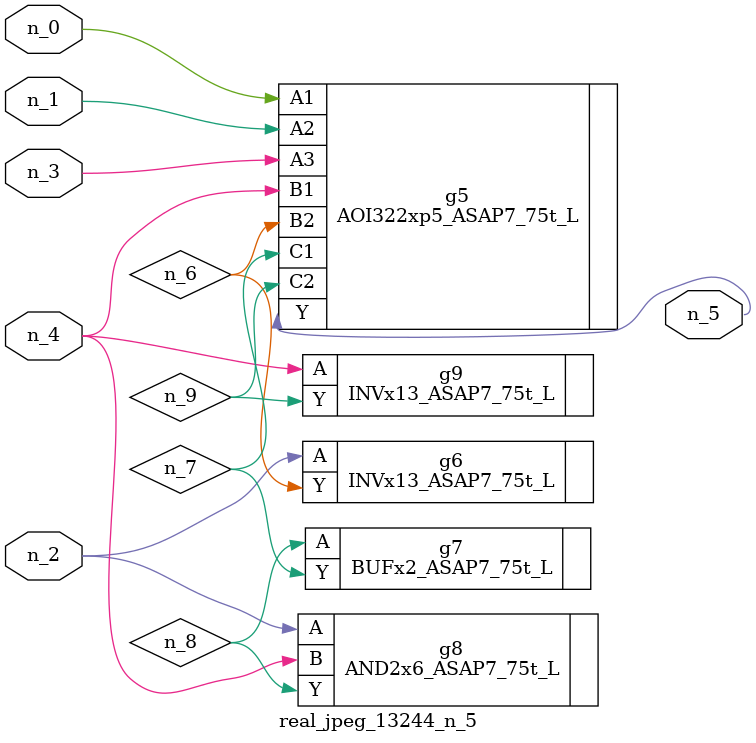
<source format=v>
module real_jpeg_13244_n_5 (n_4, n_0, n_1, n_2, n_3, n_5);

input n_4;
input n_0;
input n_1;
input n_2;
input n_3;

output n_5;

wire n_8;
wire n_6;
wire n_7;
wire n_9;

AOI322xp5_ASAP7_75t_L g5 ( 
.A1(n_0),
.A2(n_1),
.A3(n_3),
.B1(n_4),
.B2(n_6),
.C1(n_7),
.C2(n_9),
.Y(n_5)
);

INVx13_ASAP7_75t_L g6 ( 
.A(n_2),
.Y(n_6)
);

AND2x6_ASAP7_75t_L g8 ( 
.A(n_2),
.B(n_4),
.Y(n_8)
);

INVx13_ASAP7_75t_L g9 ( 
.A(n_4),
.Y(n_9)
);

BUFx2_ASAP7_75t_L g7 ( 
.A(n_8),
.Y(n_7)
);


endmodule
</source>
